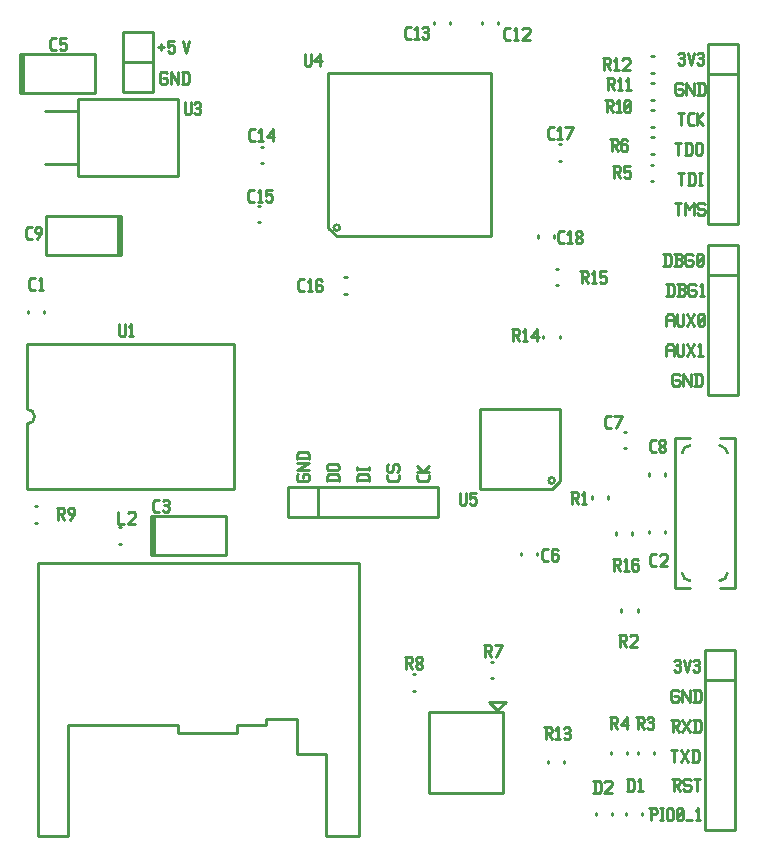
<source format=gbr>
G04 start of page 9 for group -4079 idx -4079 *
G04 Title: (unknown), topsilk *
G04 Creator: pcb 1.99z *
G04 CreationDate: Sun 23 Jun 2013 09:16:34 AM GMT UTC *
G04 For: p *
G04 Format: Gerber/RS-274X *
G04 PCB-Dimensions (mil): 6000.00 5000.00 *
G04 PCB-Coordinate-Origin: lower left *
%MOIN*%
%FSLAX25Y25*%
%LNTOPSILK*%
%ADD94C,0.0100*%
G54D94*X231644Y412552D02*X232144Y412052D01*
X230144Y412552D02*X231644D01*
X229644Y412052D02*X230144Y412552D01*
X229644Y412052D02*Y409052D01*
X230144Y408552D01*
X231644D01*
X232144Y409052D01*
Y410052D02*Y409052D01*
X231644Y410552D02*X232144Y410052D01*
X230644Y410552D02*X231644D01*
X233344Y412552D02*Y408552D01*
Y412552D02*X235844Y408552D01*
Y412552D02*Y408552D01*
X237544Y412552D02*Y408552D01*
X238844Y412552D02*X239544Y411852D01*
Y409252D01*
X238844Y408552D02*X239544Y409252D01*
X237044Y408552D02*X238844D01*
X237044Y412552D02*X238844D01*
X229250Y420945D02*X231250D01*
X230250Y421945D02*Y419945D01*
X232450Y422945D02*X234450D01*
X232450D02*Y420945D01*
X232950Y421445D01*
X233950D01*
X234450Y420945D01*
Y419445D01*
X233950Y418945D02*X234450Y419445D01*
X232950Y418945D02*X233950D01*
X232450Y419445D02*X232950Y418945D01*
X237450Y422945D02*X238450Y418945D01*
X239450Y422945D01*
X399008Y341898D02*Y337898D01*
X400308Y341898D02*X401008Y341198D01*
Y338598D01*
X400308Y337898D02*X401008Y338598D01*
X398508Y337898D02*X400308D01*
X398508Y341898D02*X400308D01*
X402208Y337898D02*X404208D01*
X404708Y338398D01*
Y339598D02*Y338398D01*
X404208Y340098D02*X404708Y339598D01*
X402708Y340098D02*X404208D01*
X402708Y341898D02*Y337898D01*
X402208Y341898D02*X404208D01*
X404708Y341398D01*
Y340598D01*
X404208Y340098D02*X404708Y340598D01*
X407908Y341898D02*X408408Y341398D01*
X406408Y341898D02*X407908D01*
X405908Y341398D02*X406408Y341898D01*
X405908Y341398D02*Y338398D01*
X406408Y337898D01*
X407908D01*
X408408Y338398D01*
Y339398D02*Y338398D01*
X407908Y339898D02*X408408Y339398D01*
X406908Y339898D02*X407908D01*
X409608Y341098D02*X410408Y341898D01*
Y337898D01*
X409608D02*X411108D01*
X398508Y330898D02*Y327898D01*
Y330898D02*X399208Y331898D01*
X400308D01*
X401008Y330898D01*
Y327898D01*
X398508Y329898D02*X401008D01*
X402208Y331898D02*Y328398D01*
X402708Y327898D01*
X403708D01*
X404208Y328398D01*
Y331898D02*Y328398D01*
X405408Y327898D02*X407908Y331898D01*
X405408D02*X407908Y327898D01*
X409108Y328398D02*X409608Y327898D01*
X409108Y331398D02*Y328398D01*
Y331398D02*X409608Y331898D01*
X410608D01*
X411108Y331398D01*
Y328398D01*
X410608Y327898D02*X411108Y328398D01*
X409608Y327898D02*X410608D01*
X409108Y328898D02*X411108Y330898D01*
X398008Y351898D02*Y347898D01*
X399308Y351898D02*X400008Y351198D01*
Y348598D01*
X399308Y347898D02*X400008Y348598D01*
X397508Y347898D02*X399308D01*
X397508Y351898D02*X399308D01*
X401208Y347898D02*X403208D01*
X403708Y348398D01*
Y349598D02*Y348398D01*
X403208Y350098D02*X403708Y349598D01*
X401708Y350098D02*X403208D01*
X401708Y351898D02*Y347898D01*
X401208Y351898D02*X403208D01*
X403708Y351398D01*
Y350598D01*
X403208Y350098D02*X403708Y350598D01*
X406908Y351898D02*X407408Y351398D01*
X405408Y351898D02*X406908D01*
X404908Y351398D02*X405408Y351898D01*
X404908Y351398D02*Y348398D01*
X405408Y347898D01*
X406908D01*
X407408Y348398D01*
Y349398D02*Y348398D01*
X406908Y349898D02*X407408Y349398D01*
X405908Y349898D02*X406908D01*
X408608Y348398D02*X409108Y347898D01*
X408608Y351398D02*Y348398D01*
Y351398D02*X409108Y351898D01*
X410108D01*
X410608Y351398D01*
Y348398D01*
X410108Y347898D02*X410608Y348398D01*
X409108Y347898D02*X410108D01*
X408608Y348898D02*X410608Y350898D01*
X402508Y311898D02*X403008Y311398D01*
X401008Y311898D02*X402508D01*
X400508Y311398D02*X401008Y311898D01*
X400508Y311398D02*Y308398D01*
X401008Y307898D01*
X402508D01*
X403008Y308398D01*
Y309398D02*Y308398D01*
X402508Y309898D02*X403008Y309398D01*
X401508Y309898D02*X402508D01*
X404208Y311898D02*Y307898D01*
Y311898D02*X406708Y307898D01*
Y311898D02*Y307898D01*
X408408Y311898D02*Y307898D01*
X409708Y311898D02*X410408Y311198D01*
Y308598D01*
X409708Y307898D02*X410408Y308598D01*
X407908Y307898D02*X409708D01*
X407908Y311898D02*X409708D01*
X398508Y320898D02*Y317898D01*
Y320898D02*X399208Y321898D01*
X400308D01*
X401008Y320898D01*
Y317898D01*
X398508Y319898D02*X401008D01*
X402208Y321898D02*Y318398D01*
X402708Y317898D01*
X403708D01*
X404208Y318398D01*
Y321898D02*Y318398D01*
X405408Y317898D02*X407908Y321898D01*
X405408D02*X407908Y317898D01*
X409108Y321098D02*X409908Y321898D01*
Y317898D01*
X409108D02*X410608D01*
X402508Y418398D02*X403008Y418898D01*
X404008D01*
X404508Y418398D01*
X404008Y414898D02*X404508Y415398D01*
X403008Y414898D02*X404008D01*
X402508Y415398D02*X403008Y414898D01*
Y417098D02*X404008D01*
X404508Y418398D02*Y417598D01*
Y416598D02*Y415398D01*
Y416598D02*X404008Y417098D01*
X404508Y417598D02*X404008Y417098D01*
X405708Y418898D02*X406708Y414898D01*
X407708Y418898D01*
X408908Y418398D02*X409408Y418898D01*
X410408D01*
X410908Y418398D01*
X410408Y414898D02*X410908Y415398D01*
X409408Y414898D02*X410408D01*
X408908Y415398D02*X409408Y414898D01*
Y417098D02*X410408D01*
X410908Y418398D02*Y417598D01*
Y416598D02*Y415398D01*
Y416598D02*X410408Y417098D01*
X410908Y417598D02*X410408Y417098D01*
X403508Y408898D02*X404008Y408398D01*
X402008Y408898D02*X403508D01*
X401508Y408398D02*X402008Y408898D01*
X401508Y408398D02*Y405398D01*
X402008Y404898D01*
X403508D01*
X404008Y405398D01*
Y406398D02*Y405398D01*
X403508Y406898D02*X404008Y406398D01*
X402508Y406898D02*X403508D01*
X405208Y408898D02*Y404898D01*
Y408898D02*X407708Y404898D01*
Y408898D02*Y404898D01*
X409408Y408898D02*Y404898D01*
X410708Y408898D02*X411408Y408198D01*
Y405598D01*
X410708Y404898D02*X411408Y405598D01*
X408908Y404898D02*X410708D01*
X408908Y408898D02*X410708D01*
X402508Y398898D02*X404508D01*
X403508D02*Y394898D01*
X406408D02*X407708D01*
X405708Y395598D02*X406408Y394898D01*
X405708Y398198D02*Y395598D01*
Y398198D02*X406408Y398898D01*
X407708D01*
X408908D02*Y394898D01*
Y396898D02*X410908Y398898D01*
X408908Y396898D02*X410908Y394898D01*
X401508Y388898D02*X403508D01*
X402508D02*Y384898D01*
X405208Y388898D02*Y384898D01*
X406508Y388898D02*X407208Y388198D01*
Y385598D01*
X406508Y384898D02*X407208Y385598D01*
X404708Y384898D02*X406508D01*
X404708Y388898D02*X406508D01*
X408408Y388398D02*Y385398D01*
Y388398D02*X408908Y388898D01*
X409908D01*
X410408Y388398D01*
Y385398D01*
X409908Y384898D02*X410408Y385398D01*
X408908Y384898D02*X409908D01*
X408408Y385398D02*X408908Y384898D01*
X402508Y378898D02*X404508D01*
X403508D02*Y374898D01*
X406208Y378898D02*Y374898D01*
X407508Y378898D02*X408208Y378198D01*
Y375598D01*
X407508Y374898D02*X408208Y375598D01*
X405708Y374898D02*X407508D01*
X405708Y378898D02*X407508D01*
X409408D02*X410408D01*
X409908D02*Y374898D01*
X409408D02*X410408D01*
X401508Y368898D02*X403508D01*
X402508D02*Y364898D01*
X404708Y368898D02*Y364898D01*
Y368898D02*X406208Y366898D01*
X407708Y368898D01*
Y364898D01*
X410908Y368898D02*X411408Y368398D01*
X409408Y368898D02*X410908D01*
X408908Y368398D02*X409408Y368898D01*
X408908Y368398D02*Y367398D01*
X409408Y366898D01*
X410908D01*
X411408Y366398D01*
Y365398D01*
X410908Y364898D02*X411408Y365398D01*
X409408Y364898D02*X410908D01*
X408908Y365398D02*X409408Y364898D01*
X401189Y216005D02*X401689Y216505D01*
X402689D01*
X403189Y216005D01*
X402689Y212505D02*X403189Y213005D01*
X401689Y212505D02*X402689D01*
X401189Y213005D02*X401689Y212505D01*
Y214705D02*X402689D01*
X403189Y216005D02*Y215205D01*
Y214205D02*Y213005D01*
Y214205D02*X402689Y214705D01*
X403189Y215205D02*X402689Y214705D01*
X404389Y216505D02*X405389Y212505D01*
X406389Y216505D01*
X407589Y216005D02*X408089Y216505D01*
X409089D01*
X409589Y216005D01*
X409089Y212505D02*X409589Y213005D01*
X408089Y212505D02*X409089D01*
X407589Y213005D02*X408089Y212505D01*
Y214705D02*X409089D01*
X409589Y216005D02*Y215205D01*
Y214205D02*Y213005D01*
Y214205D02*X409089Y214705D01*
X409589Y215205D02*X409089Y214705D01*
X402189Y206505D02*X402689Y206005D01*
X400689Y206505D02*X402189D01*
X400189Y206005D02*X400689Y206505D01*
X400189Y206005D02*Y203005D01*
X400689Y202505D01*
X402189D01*
X402689Y203005D01*
Y204005D02*Y203005D01*
X402189Y204505D02*X402689Y204005D01*
X401189Y204505D02*X402189D01*
X403889Y206505D02*Y202505D01*
Y206505D02*X406389Y202505D01*
Y206505D02*Y202505D01*
X408089Y206505D02*Y202505D01*
X409389Y206505D02*X410089Y205805D01*
Y203205D01*
X409389Y202505D02*X410089Y203205D01*
X407589Y202505D02*X409389D01*
X407589Y206505D02*X409389D01*
X400189Y196505D02*X402189D01*
X402689Y196005D01*
Y195005D01*
X402189Y194505D02*X402689Y195005D01*
X400689Y194505D02*X402189D01*
X400689Y196505D02*Y192505D01*
X401489Y194505D02*X402689Y192505D01*
X403889D02*X406389Y196505D01*
X403889D02*X406389Y192505D01*
X408089Y196505D02*Y192505D01*
X409389Y196505D02*X410089Y195805D01*
Y193205D01*
X409389Y192505D02*X410089Y193205D01*
X407589Y192505D02*X409389D01*
X407589Y196505D02*X409389D01*
X400189Y186505D02*X402189D01*
X401189D02*Y182505D01*
X403389D02*X405889Y186505D01*
X403389D02*X405889Y182505D01*
X407589Y186505D02*Y182505D01*
X408889Y186505D02*X409589Y185805D01*
Y183205D01*
X408889Y182505D02*X409589Y183205D01*
X407089Y182505D02*X408889D01*
X407089Y186505D02*X408889D01*
X400508Y176898D02*X402508D01*
X403008Y176398D01*
Y175398D01*
X402508Y174898D02*X403008Y175398D01*
X401008Y174898D02*X402508D01*
X401008Y176898D02*Y172898D01*
X401808Y174898D02*X403008Y172898D01*
X406208Y176898D02*X406708Y176398D01*
X404708Y176898D02*X406208D01*
X404208Y176398D02*X404708Y176898D01*
X404208Y176398D02*Y175398D01*
X404708Y174898D01*
X406208D01*
X406708Y174398D01*
Y173398D01*
X406208Y172898D02*X406708Y173398D01*
X404708Y172898D02*X406208D01*
X404208Y173398D02*X404708Y172898D01*
X407908Y176898D02*X409908D01*
X408908D02*Y172898D01*
X393343Y167126D02*Y163126D01*
X392843Y167126D02*X394843D01*
X395343Y166626D01*
Y165626D01*
X394843Y165126D02*X395343Y165626D01*
X393343Y165126D02*X394843D01*
X396543Y167126D02*X397543D01*
X397043D02*Y163126D01*
X396543D02*X397543D01*
X398743Y166626D02*Y163626D01*
Y166626D02*X399243Y167126D01*
X400243D01*
X400743Y166626D01*
Y163626D01*
X400243Y163126D02*X400743Y163626D01*
X399243Y163126D02*X400243D01*
X398743Y163626D02*X399243Y163126D01*
X401943Y163626D02*X402443Y163126D01*
X401943Y166626D02*Y163626D01*
Y166626D02*X402443Y167126D01*
X403443D01*
X403943Y166626D01*
Y163626D01*
X403443Y163126D02*X403943Y163626D01*
X402443Y163126D02*X403443D01*
X401943Y164126D02*X403943Y166126D01*
X405143Y163126D02*X407143D01*
X408343Y166326D02*X409143Y167126D01*
Y163126D01*
X408343D02*X409843D01*
X275372Y278068D02*X275872Y278568D01*
X275372Y278068D02*Y276568D01*
X275872Y276068D02*X275372Y276568D01*
X275872Y276068D02*X278872D01*
X279372Y276568D01*
Y278068D02*Y276568D01*
Y278068D02*X278872Y278568D01*
X277872D02*X278872D01*
X277372Y278068D02*X277872Y278568D01*
X277372Y278068D02*Y277068D01*
X275372Y279768D02*X279372D01*
X275372D02*X279372Y282268D01*
X275372D02*X279372D01*
X275372Y283968D02*X279372D01*
X275372Y285268D02*X276072Y285968D01*
X278672D01*
X279372Y285268D02*X278672Y285968D01*
X279372Y285268D02*Y283468D01*
X275372Y285268D02*Y283468D01*
X285372Y276568D02*X289372D01*
X285372Y277868D02*X286072Y278568D01*
X288672D01*
X289372Y277868D02*X288672Y278568D01*
X289372Y277868D02*Y276068D01*
X285372Y277868D02*Y276068D01*
X285872Y279768D02*X288872D01*
X285872D02*X285372Y280268D01*
Y281268D02*Y280268D01*
Y281268D02*X285872Y281768D01*
X288872D01*
X289372Y281268D02*X288872Y281768D01*
X289372Y281268D02*Y280268D01*
X288872Y279768D02*X289372Y280268D01*
X295372Y276568D02*X299372D01*
X295372Y277868D02*X296072Y278568D01*
X298672D01*
X299372Y277868D02*X298672Y278568D01*
X299372Y277868D02*Y276068D01*
X295372Y277868D02*Y276068D01*
Y280768D02*Y279768D01*
Y280268D02*X299372D01*
Y280768D02*Y279768D01*
X309372Y278068D02*Y276768D01*
X308672Y276068D02*X309372Y276768D01*
X306072Y276068D02*X308672D01*
X306072D02*X305372Y276768D01*
Y278068D02*Y276768D01*
Y281268D02*X305872Y281768D01*
X305372Y281268D02*Y279768D01*
X305872Y279268D02*X305372Y279768D01*
X305872Y279268D02*X306872D01*
X307372Y279768D01*
Y281268D02*Y279768D01*
Y281268D02*X307872Y281768D01*
X308872D01*
X309372Y281268D02*X308872Y281768D01*
X309372Y281268D02*Y279768D01*
X308872Y279268D02*X309372Y279768D01*
X319372Y278068D02*Y276768D01*
X318672Y276068D02*X319372Y276768D01*
X316072Y276068D02*X318672D01*
X316072D02*X315372Y276768D01*
Y278068D02*Y276768D01*
Y279268D02*X319372D01*
X317372D02*X315372Y281268D01*
X317372Y279268D02*X319372Y281268D01*
X412508Y421898D02*Y361898D01*
X422508D01*
Y421898D01*
X412508D01*
Y411898D02*X422508D01*
Y421898D01*
X393564Y403245D02*X394350D01*
X393564Y408755D02*X394350D01*
X393564Y394245D02*X394350D01*
X393564Y399755D02*X394350D01*
X393564Y385245D02*X394350D01*
X393564Y390755D02*X394350D01*
X393486Y376143D02*X394272D01*
X393486Y381653D02*X394272D01*
X393564Y412245D02*X394350D01*
X393564Y417755D02*X394350D01*
X263454Y387622D02*X264240D01*
X263454Y382112D02*X264240D01*
X262454Y367936D02*X263240D01*
X262454Y362426D02*X263240D01*
X285790Y412026D02*Y360608D01*
Y412026D02*X340108D01*
Y357708D01*
X288690D02*X340108D01*
X288690D02*X285790Y360608D01*
X288690Y359608D02*G75*G03X288690Y359608I0J1000D01*G01*
X291265Y344062D02*X292051D01*
X291265Y338552D02*X292051D01*
X355753Y358095D02*Y357309D01*
X361263Y358095D02*Y357309D01*
X362626Y382955D02*X363412D01*
X362626Y388465D02*X363412D01*
X361658Y341404D02*X362444D01*
X361658Y346914D02*X362444D01*
X185422Y273398D02*X254422D01*
Y321898D02*Y273398D01*
X185422Y321898D02*X254422D01*
X185422Y295148D02*Y273398D01*
Y321898D02*Y300148D01*
Y295148D02*G75*G03X185422Y300148I0J2500D01*G01*
X363011Y324568D02*Y323782D01*
X357501Y324568D02*Y323782D01*
X272372Y264068D02*X322372D01*
Y274068D02*Y264068D01*
X272372Y274068D02*X322372D01*
X272372D02*Y264068D01*
X282372Y274068D02*Y264068D01*
X272372Y274068D02*X282372D01*
X217456Y425980D02*Y405980D01*
X227456D01*
Y425980D01*
X217456D01*
Y415980D02*X227456D01*
Y425980D01*
X337005Y429275D02*Y428489D01*
X342515Y429275D02*Y428489D01*
X321005Y429275D02*Y428489D01*
X326515Y429275D02*Y428489D01*
X182956Y418480D02*Y405480D01*
X207956D01*
Y418480D01*
X182956D01*
X183956D02*Y405480D01*
X202367Y403453D02*X235832D01*
X202367D02*Y377863D01*
X235832D01*
Y403453D02*Y377863D01*
X191540Y399516D02*X202367D01*
X191540Y381800D02*X202367D01*
X191211Y332830D02*Y332044D01*
X185701Y332830D02*Y332044D01*
X216922Y364398D02*Y351398D01*
X191922Y364398D02*X216922D01*
X191922D02*Y351398D01*
X216922D01*
X215922Y364398D02*Y351398D01*
X383434Y233355D02*Y232569D01*
X388944Y233355D02*Y232569D01*
X398127Y259603D02*Y258817D01*
X392617Y259603D02*Y258817D01*
X387127Y259004D02*Y258218D01*
X381617Y259004D02*Y258218D01*
X373617Y271004D02*Y270218D01*
X379127Y271004D02*Y270218D01*
X336464Y273421D02*X360322D01*
X336464Y300179D02*Y273421D01*
Y300179D02*X363222D01*
Y276321D01*
X360322Y273421D01*
X361322Y276321D02*G75*G03X361322Y276321I-1000J0D01*G01*
X350041Y252121D02*Y251335D01*
X355551Y252121D02*Y251335D01*
X384436Y286999D02*X385222D01*
X384436Y292509D02*X385222D01*
X392617Y278689D02*Y277903D01*
X398127Y278689D02*Y277903D01*
X412508Y354804D02*Y304804D01*
X422508D01*
Y354804D01*
X412508D01*
Y344804D02*X422508D01*
Y354804D01*
X401372Y290454D02*X406372D01*
X401372D02*Y240454D01*
X406372D01*
X416372D02*X421372D01*
Y290454D02*Y240454D01*
X416372Y290454D02*X421372D01*
X416372Y242954D02*G75*G03X418872Y245454I0J2500D01*G01*
X403872D02*G75*G03X406372Y242954I2500J0D01*G01*
Y287954D02*G75*G03X403872Y285454I0J-2500D01*G01*
X418872D02*G75*G03X416372Y287954I-2500J0D01*G01*
X187973Y262317D02*X188759D01*
X187973Y267827D02*X188759D01*
X216064Y255245D02*X216850D01*
X216064Y260755D02*X216850D01*
X226922Y264398D02*Y251398D01*
X251922D01*
Y264398D02*Y251398D01*
X226922Y264398D02*X251922D01*
X227922D02*Y251398D01*
X199206Y194816D02*Y157809D01*
X188970D02*X199206D01*
X188970Y167652D02*Y157809D01*
X199206Y194816D02*X235820D01*
Y192060D01*
X255308D01*
Y194816D02*Y192060D01*
Y194816D02*X265150D01*
Y196981D02*Y194816D01*
Y196981D02*X275583D01*
Y185171D01*
X285229D01*
Y157809D01*
X296055D01*
Y167455D02*Y157809D01*
Y182612D02*Y167455D01*
Y248753D02*Y182612D01*
X205308Y248753D02*X296055D01*
X188970D02*X205308D01*
X188970D02*Y243635D01*
Y182415D01*
Y167652D01*
X339992Y210371D02*X340778D01*
X339992Y215881D02*X340778D01*
X314064Y206245D02*X314850D01*
X314064Y211755D02*X314850D01*
X344205Y199031D02*Y172260D01*
X319402D02*X344205D01*
X319402Y199031D02*Y172260D01*
Y199031D02*X344205D01*
X342236Y199819D02*X344992Y202575D01*
X339480D02*X344992D01*
X339480D02*X342236Y199819D01*
X359088Y182976D02*Y182190D01*
X364598Y182976D02*Y182190D01*
X411508Y219898D02*Y159898D01*
X421508D01*
Y219898D01*
X411508D01*
Y209898D02*X421508D01*
Y219898D01*
X385598Y185976D02*Y185190D01*
X380088Y185976D02*Y185190D01*
X394598Y185976D02*Y185190D01*
X389088Y185976D02*Y185190D01*
X375088Y165519D02*Y164733D01*
X380598Y165519D02*Y164733D01*
X385088Y165519D02*Y164733D01*
X390598Y165519D02*Y164733D01*
X278012Y418528D02*Y415028D01*
X278512Y414528D01*
X279512D01*
X280012Y415028D01*
Y418528D02*Y415028D01*
X281212Y416028D02*X283212Y418528D01*
X281212Y416028D02*X283712D01*
X283212Y418528D02*Y414528D01*
X312050Y423585D02*X313350D01*
X311350Y424285D02*X312050Y423585D01*
X311350Y426885D02*Y424285D01*
Y426885D02*X312050Y427585D01*
X313350D01*
X314550Y426785D02*X315350Y427585D01*
Y423585D01*
X314550D02*X316050D01*
X317250Y427085D02*X317750Y427585D01*
X318750D01*
X319250Y427085D01*
X318750Y423585D02*X319250Y424085D01*
X317750Y423585D02*X318750D01*
X317250Y424085D02*X317750Y423585D01*
Y425785D02*X318750D01*
X319250Y427085D02*Y426285D01*
Y425285D02*Y424085D01*
Y425285D02*X318750Y425785D01*
X319250Y426285D02*X318750Y425785D01*
X193862Y419679D02*X195162D01*
X193162Y420379D02*X193862Y419679D01*
X193162Y422979D02*Y420379D01*
Y422979D02*X193862Y423679D01*
X195162D01*
X196362D02*X198362D01*
X196362D02*Y421679D01*
X196862Y422179D01*
X197862D01*
X198362Y421679D01*
Y420179D01*
X197862Y419679D02*X198362Y420179D01*
X196862Y419679D02*X197862D01*
X196362Y420179D02*X196862Y419679D01*
X186851Y339828D02*X188151D01*
X186151Y340528D02*X186851Y339828D01*
X186151Y343128D02*Y340528D01*
Y343128D02*X186851Y343828D01*
X188151D01*
X189351Y343028D02*X190151Y343828D01*
Y339828D01*
X189351D02*X190851D01*
X195437Y267211D02*X197437D01*
X197937Y266711D01*
Y265711D01*
X197437Y265211D02*X197937Y265711D01*
X195937Y265211D02*X197437D01*
X195937Y267211D02*Y263211D01*
X196737Y265211D02*X197937Y263211D01*
X199637D02*X201137Y265211D01*
Y266711D02*Y265211D01*
X200637Y267211D02*X201137Y266711D01*
X199637Y267211D02*X200637D01*
X199137Y266711D02*X199637Y267211D01*
X199137Y266711D02*Y265711D01*
X199637Y265211D01*
X201137D01*
X215787Y265874D02*Y261874D01*
X217787D01*
X218987Y265374D02*X219487Y265874D01*
X220987D01*
X221487Y265374D01*
Y264374D01*
X218987Y261874D02*X221487Y264374D01*
X218987Y261874D02*X221487D01*
X228122Y265898D02*X229422D01*
X227422Y266598D02*X228122Y265898D01*
X227422Y269198D02*Y266598D01*
Y269198D02*X228122Y269898D01*
X229422D01*
X230622Y269398D02*X231122Y269898D01*
X232122D01*
X232622Y269398D01*
X232122Y265898D02*X232622Y266398D01*
X231122Y265898D02*X232122D01*
X230622Y266398D02*X231122Y265898D01*
Y268098D02*X232122D01*
X232622Y269398D02*Y268598D01*
Y267598D02*Y266398D01*
Y267598D02*X232122Y268098D01*
X232622Y268598D02*X232122Y268098D01*
X216172Y328398D02*Y324898D01*
X216672Y324398D01*
X217672D01*
X218172Y324898D01*
Y328398D02*Y324898D01*
X219372Y327598D02*X220172Y328398D01*
Y324398D01*
X219372D02*X220872D01*
X260079Y389402D02*X261379D01*
X259379Y390102D02*X260079Y389402D01*
X259379Y392702D02*Y390102D01*
Y392702D02*X260079Y393402D01*
X261379D01*
X262579Y392602D02*X263379Y393402D01*
Y389402D01*
X262579D02*X264079D01*
X265279Y390902D02*X267279Y393402D01*
X265279Y390902D02*X267779D01*
X267279Y393402D02*Y389402D01*
X259854Y369206D02*X261154D01*
X259154Y369906D02*X259854Y369206D01*
X259154Y372506D02*Y369906D01*
Y372506D02*X259854Y373206D01*
X261154D01*
X262354Y372406D02*X263154Y373206D01*
Y369206D01*
X262354D02*X263854D01*
X265054Y373206D02*X267054D01*
X265054D02*Y371206D01*
X265554Y371706D01*
X266554D01*
X267054Y371206D01*
Y369706D01*
X266554Y369206D02*X267054Y369706D01*
X265554Y369206D02*X266554D01*
X265054Y369706D02*X265554Y369206D01*
X237998Y402428D02*Y398928D01*
X238498Y398428D01*
X239498D01*
X239998Y398928D01*
Y402428D02*Y398928D01*
X241198Y401928D02*X241698Y402428D01*
X242698D01*
X243198Y401928D01*
X242698Y398428D02*X243198Y398928D01*
X241698Y398428D02*X242698D01*
X241198Y398928D02*X241698Y398428D01*
Y400628D02*X242698D01*
X243198Y401928D02*Y401128D01*
Y400128D02*Y398928D01*
Y400128D02*X242698Y400628D01*
X243198Y401128D02*X242698Y400628D01*
X185716Y356825D02*X187016D01*
X185016Y357525D02*X185716Y356825D01*
X185016Y360125D02*Y357525D01*
Y360125D02*X185716Y360825D01*
X187016D01*
X188716Y356825D02*X190216Y358825D01*
Y360325D02*Y358825D01*
X189716Y360825D02*X190216Y360325D01*
X188716Y360825D02*X189716D01*
X188216Y360325D02*X188716Y360825D01*
X188216Y360325D02*Y359325D01*
X188716Y358825D01*
X190216D01*
X276452Y339331D02*X277752D01*
X275752Y340031D02*X276452Y339331D01*
X275752Y342631D02*Y340031D01*
Y342631D02*X276452Y343331D01*
X277752D01*
X278952Y342531D02*X279752Y343331D01*
Y339331D01*
X278952D02*X280452D01*
X283152Y343331D02*X283652Y342831D01*
X282152Y343331D02*X283152D01*
X281652Y342831D02*X282152Y343331D01*
X281652Y342831D02*Y339831D01*
X282152Y339331D01*
X283152Y341531D02*X283652Y341031D01*
X281652Y341531D02*X283152D01*
X282152Y339331D02*X283152D01*
X283652Y339831D01*
Y341031D02*Y339831D01*
X378719Y410421D02*X380719D01*
X381219Y409921D01*
Y408921D01*
X380719Y408421D02*X381219Y408921D01*
X379219Y408421D02*X380719D01*
X379219Y410421D02*Y406421D01*
X380019Y408421D02*X381219Y406421D01*
X382419Y409621D02*X383219Y410421D01*
Y406421D01*
X382419D02*X383919D01*
X385119Y409621D02*X385919Y410421D01*
Y406421D01*
X385119D02*X386619D01*
X378115Y403026D02*X380115D01*
X380615Y402526D01*
Y401526D01*
X380115Y401026D02*X380615Y401526D01*
X378615Y401026D02*X380115D01*
X378615Y403026D02*Y399026D01*
X379415Y401026D02*X380615Y399026D01*
X381815Y402226D02*X382615Y403026D01*
Y399026D01*
X381815D02*X383315D01*
X384515Y399526D02*X385015Y399026D01*
X384515Y402526D02*Y399526D01*
Y402526D02*X385015Y403026D01*
X386015D01*
X386515Y402526D01*
Y399526D01*
X386015Y399026D02*X386515Y399526D01*
X385015Y399026D02*X386015D01*
X384515Y400026D02*X386515Y402026D01*
X379829Y390150D02*X381829D01*
X382329Y389650D01*
Y388650D01*
X381829Y388150D02*X382329Y388650D01*
X380329Y388150D02*X381829D01*
X380329Y390150D02*Y386150D01*
X381129Y388150D02*X382329Y386150D01*
X385029Y390150D02*X385529Y389650D01*
X384029Y390150D02*X385029D01*
X383529Y389650D02*X384029Y390150D01*
X383529Y389650D02*Y386650D01*
X384029Y386150D01*
X385029Y388350D02*X385529Y387850D01*
X383529Y388350D02*X385029D01*
X384029Y386150D02*X385029D01*
X385529Y386650D01*
Y387850D02*Y386650D01*
X369932Y346002D02*X371932D01*
X372432Y345502D01*
Y344502D01*
X371932Y344002D02*X372432Y344502D01*
X370432Y344002D02*X371932D01*
X370432Y346002D02*Y342002D01*
X371232Y344002D02*X372432Y342002D01*
X373632Y345202D02*X374432Y346002D01*
Y342002D01*
X373632D02*X375132D01*
X376332Y346002D02*X378332D01*
X376332D02*Y344002D01*
X376832Y344502D01*
X377832D01*
X378332Y344002D01*
Y342502D01*
X377832Y342002D02*X378332Y342502D01*
X376832Y342002D02*X377832D01*
X376332Y342502D02*X376832Y342002D01*
X380751Y381048D02*X382751D01*
X383251Y380548D01*
Y379548D01*
X382751Y379048D02*X383251Y379548D01*
X381251Y379048D02*X382751D01*
X381251Y381048D02*Y377048D01*
X382051Y379048D02*X383251Y377048D01*
X384451Y381048D02*X386451D01*
X384451D02*Y379048D01*
X384951Y379548D01*
X385951D01*
X386451Y379048D01*
Y377548D01*
X385951Y377048D02*X386451Y377548D01*
X384951Y377048D02*X385951D01*
X384451Y377548D02*X384951Y377048D01*
X345263Y423300D02*X346563D01*
X344563Y424000D02*X345263Y423300D01*
X344563Y426600D02*Y424000D01*
Y426600D02*X345263Y427300D01*
X346563D01*
X347763Y426500D02*X348563Y427300D01*
Y423300D01*
X347763D02*X349263D01*
X350463Y426800D02*X350963Y427300D01*
X352463D01*
X352963Y426800D01*
Y425800D01*
X350463Y423300D02*X352963Y425800D01*
X350463Y423300D02*X352963D01*
X359694Y390025D02*X360994D01*
X358994Y390725D02*X359694Y390025D01*
X358994Y393325D02*Y390725D01*
Y393325D02*X359694Y394025D01*
X360994D01*
X362194Y393225D02*X362994Y394025D01*
Y390025D01*
X362194D02*X363694D01*
X365394D02*X367394Y394025D01*
X364894D02*X367394D01*
X377420Y417016D02*X379420D01*
X379920Y416516D01*
Y415516D01*
X379420Y415016D02*X379920Y415516D01*
X377920Y415016D02*X379420D01*
X377920Y417016D02*Y413016D01*
X378720Y415016D02*X379920Y413016D01*
X381120Y416216D02*X381920Y417016D01*
Y413016D01*
X381120D02*X382620D01*
X383820Y416516D02*X384320Y417016D01*
X385820D01*
X386320Y416516D01*
Y415516D01*
X383820Y413016D02*X386320Y415516D01*
X383820Y413016D02*X386320D01*
X363101Y355362D02*X364401D01*
X362401Y356062D02*X363101Y355362D01*
X362401Y358662D02*Y356062D01*
Y358662D02*X363101Y359362D01*
X364401D01*
X365601Y358562D02*X366401Y359362D01*
Y355362D01*
X365601D02*X367101D01*
X368301Y355862D02*X368801Y355362D01*
X368301Y356662D02*Y355862D01*
Y356662D02*X369001Y357362D01*
X369601D01*
X370301Y356662D01*
Y355862D01*
X369801Y355362D02*X370301Y355862D01*
X368801Y355362D02*X369801D01*
X368301Y358062D02*X369001Y357362D01*
X368301Y358862D02*Y358062D01*
Y358862D02*X368801Y359362D01*
X369801D01*
X370301Y358862D01*
Y358062D01*
X369601Y357362D02*X370301Y358062D01*
X366679Y272390D02*X368679D01*
X369179Y271890D01*
Y270890D01*
X368679Y270390D02*X369179Y270890D01*
X367179Y270390D02*X368679D01*
X367179Y272390D02*Y268390D01*
X367979Y270390D02*X369179Y268390D01*
X370379Y271590D02*X371179Y272390D01*
Y268390D01*
X370379D02*X371879D01*
X357815Y249639D02*X359115D01*
X357115Y250339D02*X357815Y249639D01*
X357115Y252939D02*Y250339D01*
Y252939D02*X357815Y253639D01*
X359115D01*
X361815D02*X362315Y253139D01*
X360815Y253639D02*X361815D01*
X360315Y253139D02*X360815Y253639D01*
X360315Y253139D02*Y250139D01*
X360815Y249639D01*
X361815Y251839D02*X362315Y251339D01*
X360315Y251839D02*X361815D01*
X360815Y249639D02*X361815D01*
X362315Y250139D01*
Y251339D02*Y250139D01*
X329765Y272252D02*Y268752D01*
X330265Y268252D01*
X331265D01*
X331765Y268752D01*
Y272252D02*Y268752D01*
X332965Y272252D02*X334965D01*
X332965D02*Y270252D01*
X333465Y270752D01*
X334465D01*
X334965Y270252D01*
Y268752D01*
X334465Y268252D02*X334965Y268752D01*
X333465Y268252D02*X334465D01*
X332965Y268752D02*X333465Y268252D01*
X347060Y326671D02*X349060D01*
X349560Y326171D01*
Y325171D01*
X349060Y324671D02*X349560Y325171D01*
X347560Y324671D02*X349060D01*
X347560Y326671D02*Y322671D01*
X348360Y324671D02*X349560Y322671D01*
X350760Y325871D02*X351560Y326671D01*
Y322671D01*
X350760D02*X352260D01*
X353460Y324171D02*X355460Y326671D01*
X353460Y324171D02*X355960D01*
X355460Y326671D02*Y322671D01*
X378737Y293922D02*X380037D01*
X378037Y294622D02*X378737Y293922D01*
X378037Y297222D02*Y294622D01*
Y297222D02*X378737Y297922D01*
X380037D01*
X381737Y293922D02*X383737Y297922D01*
X381237D02*X383737D01*
X393895Y247732D02*X395195D01*
X393195Y248432D02*X393895Y247732D01*
X393195Y251032D02*Y248432D01*
Y251032D02*X393895Y251732D01*
X395195D01*
X396395Y251232D02*X396895Y251732D01*
X398395D01*
X398895Y251232D01*
Y250232D01*
X396395Y247732D02*X398895Y250232D01*
X396395Y247732D02*X398895D01*
X393646Y285990D02*X394946D01*
X392946Y286690D02*X393646Y285990D01*
X392946Y289290D02*Y286690D01*
Y289290D02*X393646Y289990D01*
X394946D01*
X396146Y286490D02*X396646Y285990D01*
X396146Y287290D02*Y286490D01*
Y287290D02*X396846Y287990D01*
X397446D01*
X398146Y287290D01*
Y286490D01*
X397646Y285990D02*X398146Y286490D01*
X396646Y285990D02*X397646D01*
X396146Y288690D02*X396846Y287990D01*
X396146Y289490D02*Y288690D01*
Y289490D02*X396646Y289990D01*
X397646D01*
X398146Y289490D01*
Y288690D01*
X397446Y287990D02*X398146Y288690D01*
X382709Y224954D02*X384709D01*
X385209Y224454D01*
Y223454D01*
X384709Y222954D02*X385209Y223454D01*
X383209Y222954D02*X384709D01*
X383209Y224954D02*Y220954D01*
X384009Y222954D02*X385209Y220954D01*
X386409Y224454D02*X386909Y224954D01*
X388409D01*
X388909Y224454D01*
Y223454D01*
X386409Y220954D02*X388909Y223454D01*
X386409Y220954D02*X388909D01*
X379676Y197418D02*X381676D01*
X382176Y196918D01*
Y195918D01*
X381676Y195418D02*X382176Y195918D01*
X380176Y195418D02*X381676D01*
X380176Y197418D02*Y193418D01*
X380976Y195418D02*X382176Y193418D01*
X383376Y194918D02*X385376Y197418D01*
X383376Y194918D02*X385876D01*
X385376Y197418D02*Y193418D01*
X388544Y197489D02*X390544D01*
X391044Y196989D01*
Y195989D01*
X390544Y195489D02*X391044Y195989D01*
X389044Y195489D02*X390544D01*
X389044Y197489D02*Y193489D01*
X389844Y195489D02*X391044Y193489D01*
X392244Y196989D02*X392744Y197489D01*
X393744D01*
X394244Y196989D01*
X393744Y193489D02*X394244Y193989D01*
X392744Y193489D02*X393744D01*
X392244Y193989D02*X392744Y193489D01*
Y195689D02*X393744D01*
X394244Y196989D02*Y196189D01*
Y195189D02*Y193989D01*
Y195189D02*X393744Y195689D01*
X394244Y196189D02*X393744Y195689D01*
X380765Y250304D02*X382765D01*
X383265Y249804D01*
Y248804D01*
X382765Y248304D02*X383265Y248804D01*
X381265Y248304D02*X382765D01*
X381265Y250304D02*Y246304D01*
X382065Y248304D02*X383265Y246304D01*
X384465Y249504D02*X385265Y250304D01*
Y246304D01*
X384465D02*X385965D01*
X388665Y250304D02*X389165Y249804D01*
X387665Y250304D02*X388665D01*
X387165Y249804D02*X387665Y250304D01*
X387165Y249804D02*Y246804D01*
X387665Y246304D01*
X388665Y248504D02*X389165Y248004D01*
X387165Y248504D02*X388665D01*
X387665Y246304D02*X388665D01*
X389165Y246804D01*
Y248004D02*Y246804D01*
X337674Y221363D02*X339674D01*
X340174Y220863D01*
Y219863D01*
X339674Y219363D02*X340174Y219863D01*
X338174Y219363D02*X339674D01*
X338174Y221363D02*Y217363D01*
X338974Y219363D02*X340174Y217363D01*
X341874D02*X343874Y221363D01*
X341374D02*X343874D01*
X311424Y217630D02*X313424D01*
X313924Y217130D01*
Y216130D01*
X313424Y215630D02*X313924Y216130D01*
X311924Y215630D02*X313424D01*
X311924Y217630D02*Y213630D01*
X312724Y215630D02*X313924Y213630D01*
X315124Y214130D02*X315624Y213630D01*
X315124Y214930D02*Y214130D01*
Y214930D02*X315824Y215630D01*
X316424D01*
X317124Y214930D01*
Y214130D01*
X316624Y213630D02*X317124Y214130D01*
X315624Y213630D02*X316624D01*
X315124Y216330D02*X315824Y215630D01*
X315124Y217130D02*Y216330D01*
Y217130D02*X315624Y217630D01*
X316624D01*
X317124Y217130D01*
Y216330D01*
X316424Y215630D02*X317124Y216330D01*
X357890Y194065D02*X359890D01*
X360390Y193565D01*
Y192565D01*
X359890Y192065D02*X360390Y192565D01*
X358390Y192065D02*X359890D01*
X358390Y194065D02*Y190065D01*
X359190Y192065D02*X360390Y190065D01*
X361590Y193265D02*X362390Y194065D01*
Y190065D01*
X361590D02*X363090D01*
X364290Y193565D02*X364790Y194065D01*
X365790D01*
X366290Y193565D01*
X365790Y190065D02*X366290Y190565D01*
X364790Y190065D02*X365790D01*
X364290Y190565D02*X364790Y190065D01*
Y192265D02*X365790D01*
X366290Y193565D02*Y192765D01*
Y191765D02*Y190565D01*
Y191765D02*X365790Y192265D01*
X366290Y192765D02*X365790Y192265D01*
X374660Y176219D02*Y172219D01*
X375960Y176219D02*X376660Y175519D01*
Y172919D01*
X375960Y172219D02*X376660Y172919D01*
X374160Y172219D02*X375960D01*
X374160Y176219D02*X375960D01*
X377860Y175719D02*X378360Y176219D01*
X379860D01*
X380360Y175719D01*
Y174719D01*
X377860Y172219D02*X380360Y174719D01*
X377860Y172219D02*X380360D01*
X385917Y176851D02*Y172851D01*
X387217Y176851D02*X387917Y176151D01*
Y173551D01*
X387217Y172851D02*X387917Y173551D01*
X385417Y172851D02*X387217D01*
X385417Y176851D02*X387217D01*
X389117Y176051D02*X389917Y176851D01*
Y172851D01*
X389117D02*X390617D01*
M02*

</source>
